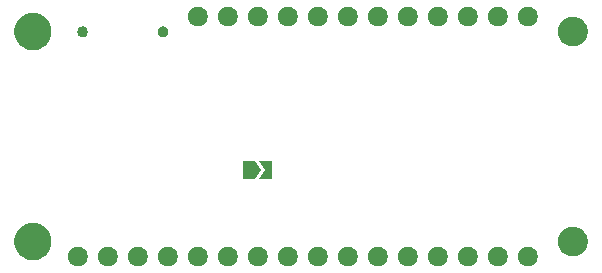
<source format=gbr>
%TF.GenerationSoftware,KiCad,Pcbnew,9.0.0*%
%TF.CreationDate,2025-03-29T14:14:08-04:00*%
%TF.ProjectId,weather-featherwing,77656174-6865-4722-9d66-656174686572,1.3.0*%
%TF.SameCoordinates,Original*%
%TF.FileFunction,Soldermask,Bot*%
%TF.FilePolarity,Negative*%
%FSLAX46Y46*%
G04 Gerber Fmt 4.6, Leading zero omitted, Abs format (unit mm)*
G04 Created by KiCad (PCBNEW 9.0.0) date 2025-03-29 14:14:08*
%MOMM*%
%LPD*%
G01*
G04 APERTURE LIST*
G04 APERTURE END LIST*
G36*
X120896742Y-117296601D02*
G01*
X121050687Y-117360367D01*
X121189234Y-117452941D01*
X121307059Y-117570766D01*
X121399633Y-117709313D01*
X121463399Y-117863258D01*
X121495907Y-118026685D01*
X121495907Y-118193315D01*
X121463399Y-118356742D01*
X121399633Y-118510687D01*
X121307059Y-118649234D01*
X121189234Y-118767059D01*
X121050687Y-118859633D01*
X120896742Y-118923399D01*
X120733315Y-118955907D01*
X120566685Y-118955907D01*
X120403258Y-118923399D01*
X120249313Y-118859633D01*
X120110766Y-118767059D01*
X119992941Y-118649234D01*
X119900367Y-118510687D01*
X119836601Y-118356742D01*
X119804093Y-118193315D01*
X119804093Y-118026685D01*
X119836601Y-117863258D01*
X119900367Y-117709313D01*
X119992941Y-117570766D01*
X120110766Y-117452941D01*
X120249313Y-117360367D01*
X120403258Y-117296601D01*
X120566685Y-117264093D01*
X120733315Y-117264093D01*
X120896742Y-117296601D01*
G37*
G36*
X123436742Y-117296601D02*
G01*
X123590687Y-117360367D01*
X123729234Y-117452941D01*
X123847059Y-117570766D01*
X123939633Y-117709313D01*
X124003399Y-117863258D01*
X124035907Y-118026685D01*
X124035907Y-118193315D01*
X124003399Y-118356742D01*
X123939633Y-118510687D01*
X123847059Y-118649234D01*
X123729234Y-118767059D01*
X123590687Y-118859633D01*
X123436742Y-118923399D01*
X123273315Y-118955907D01*
X123106685Y-118955907D01*
X122943258Y-118923399D01*
X122789313Y-118859633D01*
X122650766Y-118767059D01*
X122532941Y-118649234D01*
X122440367Y-118510687D01*
X122376601Y-118356742D01*
X122344093Y-118193315D01*
X122344093Y-118026685D01*
X122376601Y-117863258D01*
X122440367Y-117709313D01*
X122532941Y-117570766D01*
X122650766Y-117452941D01*
X122789313Y-117360367D01*
X122943258Y-117296601D01*
X123106685Y-117264093D01*
X123273315Y-117264093D01*
X123436742Y-117296601D01*
G37*
G36*
X125976742Y-117296601D02*
G01*
X126130687Y-117360367D01*
X126269234Y-117452941D01*
X126387059Y-117570766D01*
X126479633Y-117709313D01*
X126543399Y-117863258D01*
X126575907Y-118026685D01*
X126575907Y-118193315D01*
X126543399Y-118356742D01*
X126479633Y-118510687D01*
X126387059Y-118649234D01*
X126269234Y-118767059D01*
X126130687Y-118859633D01*
X125976742Y-118923399D01*
X125813315Y-118955907D01*
X125646685Y-118955907D01*
X125483258Y-118923399D01*
X125329313Y-118859633D01*
X125190766Y-118767059D01*
X125072941Y-118649234D01*
X124980367Y-118510687D01*
X124916601Y-118356742D01*
X124884093Y-118193315D01*
X124884093Y-118026685D01*
X124916601Y-117863258D01*
X124980367Y-117709313D01*
X125072941Y-117570766D01*
X125190766Y-117452941D01*
X125329313Y-117360367D01*
X125483258Y-117296601D01*
X125646685Y-117264093D01*
X125813315Y-117264093D01*
X125976742Y-117296601D01*
G37*
G36*
X128516742Y-117296601D02*
G01*
X128670687Y-117360367D01*
X128809234Y-117452941D01*
X128927059Y-117570766D01*
X129019633Y-117709313D01*
X129083399Y-117863258D01*
X129115907Y-118026685D01*
X129115907Y-118193315D01*
X129083399Y-118356742D01*
X129019633Y-118510687D01*
X128927059Y-118649234D01*
X128809234Y-118767059D01*
X128670687Y-118859633D01*
X128516742Y-118923399D01*
X128353315Y-118955907D01*
X128186685Y-118955907D01*
X128023258Y-118923399D01*
X127869313Y-118859633D01*
X127730766Y-118767059D01*
X127612941Y-118649234D01*
X127520367Y-118510687D01*
X127456601Y-118356742D01*
X127424093Y-118193315D01*
X127424093Y-118026685D01*
X127456601Y-117863258D01*
X127520367Y-117709313D01*
X127612941Y-117570766D01*
X127730766Y-117452941D01*
X127869313Y-117360367D01*
X128023258Y-117296601D01*
X128186685Y-117264093D01*
X128353315Y-117264093D01*
X128516742Y-117296601D01*
G37*
G36*
X131056742Y-117296601D02*
G01*
X131210687Y-117360367D01*
X131349234Y-117452941D01*
X131467059Y-117570766D01*
X131559633Y-117709313D01*
X131623399Y-117863258D01*
X131655907Y-118026685D01*
X131655907Y-118193315D01*
X131623399Y-118356742D01*
X131559633Y-118510687D01*
X131467059Y-118649234D01*
X131349234Y-118767059D01*
X131210687Y-118859633D01*
X131056742Y-118923399D01*
X130893315Y-118955907D01*
X130726685Y-118955907D01*
X130563258Y-118923399D01*
X130409313Y-118859633D01*
X130270766Y-118767059D01*
X130152941Y-118649234D01*
X130060367Y-118510687D01*
X129996601Y-118356742D01*
X129964093Y-118193315D01*
X129964093Y-118026685D01*
X129996601Y-117863258D01*
X130060367Y-117709313D01*
X130152941Y-117570766D01*
X130270766Y-117452941D01*
X130409313Y-117360367D01*
X130563258Y-117296601D01*
X130726685Y-117264093D01*
X130893315Y-117264093D01*
X131056742Y-117296601D01*
G37*
G36*
X133596742Y-117296601D02*
G01*
X133750687Y-117360367D01*
X133889234Y-117452941D01*
X134007059Y-117570766D01*
X134099633Y-117709313D01*
X134163399Y-117863258D01*
X134195907Y-118026685D01*
X134195907Y-118193315D01*
X134163399Y-118356742D01*
X134099633Y-118510687D01*
X134007059Y-118649234D01*
X133889234Y-118767059D01*
X133750687Y-118859633D01*
X133596742Y-118923399D01*
X133433315Y-118955907D01*
X133266685Y-118955907D01*
X133103258Y-118923399D01*
X132949313Y-118859633D01*
X132810766Y-118767059D01*
X132692941Y-118649234D01*
X132600367Y-118510687D01*
X132536601Y-118356742D01*
X132504093Y-118193315D01*
X132504093Y-118026685D01*
X132536601Y-117863258D01*
X132600367Y-117709313D01*
X132692941Y-117570766D01*
X132810766Y-117452941D01*
X132949313Y-117360367D01*
X133103258Y-117296601D01*
X133266685Y-117264093D01*
X133433315Y-117264093D01*
X133596742Y-117296601D01*
G37*
G36*
X136136742Y-117296601D02*
G01*
X136290687Y-117360367D01*
X136429234Y-117452941D01*
X136547059Y-117570766D01*
X136639633Y-117709313D01*
X136703399Y-117863258D01*
X136735907Y-118026685D01*
X136735907Y-118193315D01*
X136703399Y-118356742D01*
X136639633Y-118510687D01*
X136547059Y-118649234D01*
X136429234Y-118767059D01*
X136290687Y-118859633D01*
X136136742Y-118923399D01*
X135973315Y-118955907D01*
X135806685Y-118955907D01*
X135643258Y-118923399D01*
X135489313Y-118859633D01*
X135350766Y-118767059D01*
X135232941Y-118649234D01*
X135140367Y-118510687D01*
X135076601Y-118356742D01*
X135044093Y-118193315D01*
X135044093Y-118026685D01*
X135076601Y-117863258D01*
X135140367Y-117709313D01*
X135232941Y-117570766D01*
X135350766Y-117452941D01*
X135489313Y-117360367D01*
X135643258Y-117296601D01*
X135806685Y-117264093D01*
X135973315Y-117264093D01*
X136136742Y-117296601D01*
G37*
G36*
X138676742Y-117296601D02*
G01*
X138830687Y-117360367D01*
X138969234Y-117452941D01*
X139087059Y-117570766D01*
X139179633Y-117709313D01*
X139243399Y-117863258D01*
X139275907Y-118026685D01*
X139275907Y-118193315D01*
X139243399Y-118356742D01*
X139179633Y-118510687D01*
X139087059Y-118649234D01*
X138969234Y-118767059D01*
X138830687Y-118859633D01*
X138676742Y-118923399D01*
X138513315Y-118955907D01*
X138346685Y-118955907D01*
X138183258Y-118923399D01*
X138029313Y-118859633D01*
X137890766Y-118767059D01*
X137772941Y-118649234D01*
X137680367Y-118510687D01*
X137616601Y-118356742D01*
X137584093Y-118193315D01*
X137584093Y-118026685D01*
X137616601Y-117863258D01*
X137680367Y-117709313D01*
X137772941Y-117570766D01*
X137890766Y-117452941D01*
X138029313Y-117360367D01*
X138183258Y-117296601D01*
X138346685Y-117264093D01*
X138513315Y-117264093D01*
X138676742Y-117296601D01*
G37*
G36*
X141216742Y-117296601D02*
G01*
X141370687Y-117360367D01*
X141509234Y-117452941D01*
X141627059Y-117570766D01*
X141719633Y-117709313D01*
X141783399Y-117863258D01*
X141815907Y-118026685D01*
X141815907Y-118193315D01*
X141783399Y-118356742D01*
X141719633Y-118510687D01*
X141627059Y-118649234D01*
X141509234Y-118767059D01*
X141370687Y-118859633D01*
X141216742Y-118923399D01*
X141053315Y-118955907D01*
X140886685Y-118955907D01*
X140723258Y-118923399D01*
X140569313Y-118859633D01*
X140430766Y-118767059D01*
X140312941Y-118649234D01*
X140220367Y-118510687D01*
X140156601Y-118356742D01*
X140124093Y-118193315D01*
X140124093Y-118026685D01*
X140156601Y-117863258D01*
X140220367Y-117709313D01*
X140312941Y-117570766D01*
X140430766Y-117452941D01*
X140569313Y-117360367D01*
X140723258Y-117296601D01*
X140886685Y-117264093D01*
X141053315Y-117264093D01*
X141216742Y-117296601D01*
G37*
G36*
X143756742Y-117296601D02*
G01*
X143910687Y-117360367D01*
X144049234Y-117452941D01*
X144167059Y-117570766D01*
X144259633Y-117709313D01*
X144323399Y-117863258D01*
X144355907Y-118026685D01*
X144355907Y-118193315D01*
X144323399Y-118356742D01*
X144259633Y-118510687D01*
X144167059Y-118649234D01*
X144049234Y-118767059D01*
X143910687Y-118859633D01*
X143756742Y-118923399D01*
X143593315Y-118955907D01*
X143426685Y-118955907D01*
X143263258Y-118923399D01*
X143109313Y-118859633D01*
X142970766Y-118767059D01*
X142852941Y-118649234D01*
X142760367Y-118510687D01*
X142696601Y-118356742D01*
X142664093Y-118193315D01*
X142664093Y-118026685D01*
X142696601Y-117863258D01*
X142760367Y-117709313D01*
X142852941Y-117570766D01*
X142970766Y-117452941D01*
X143109313Y-117360367D01*
X143263258Y-117296601D01*
X143426685Y-117264093D01*
X143593315Y-117264093D01*
X143756742Y-117296601D01*
G37*
G36*
X146296742Y-117296601D02*
G01*
X146450687Y-117360367D01*
X146589234Y-117452941D01*
X146707059Y-117570766D01*
X146799633Y-117709313D01*
X146863399Y-117863258D01*
X146895907Y-118026685D01*
X146895907Y-118193315D01*
X146863399Y-118356742D01*
X146799633Y-118510687D01*
X146707059Y-118649234D01*
X146589234Y-118767059D01*
X146450687Y-118859633D01*
X146296742Y-118923399D01*
X146133315Y-118955907D01*
X145966685Y-118955907D01*
X145803258Y-118923399D01*
X145649313Y-118859633D01*
X145510766Y-118767059D01*
X145392941Y-118649234D01*
X145300367Y-118510687D01*
X145236601Y-118356742D01*
X145204093Y-118193315D01*
X145204093Y-118026685D01*
X145236601Y-117863258D01*
X145300367Y-117709313D01*
X145392941Y-117570766D01*
X145510766Y-117452941D01*
X145649313Y-117360367D01*
X145803258Y-117296601D01*
X145966685Y-117264093D01*
X146133315Y-117264093D01*
X146296742Y-117296601D01*
G37*
G36*
X148836742Y-117296601D02*
G01*
X148990687Y-117360367D01*
X149129234Y-117452941D01*
X149247059Y-117570766D01*
X149339633Y-117709313D01*
X149403399Y-117863258D01*
X149435907Y-118026685D01*
X149435907Y-118193315D01*
X149403399Y-118356742D01*
X149339633Y-118510687D01*
X149247059Y-118649234D01*
X149129234Y-118767059D01*
X148990687Y-118859633D01*
X148836742Y-118923399D01*
X148673315Y-118955907D01*
X148506685Y-118955907D01*
X148343258Y-118923399D01*
X148189313Y-118859633D01*
X148050766Y-118767059D01*
X147932941Y-118649234D01*
X147840367Y-118510687D01*
X147776601Y-118356742D01*
X147744093Y-118193315D01*
X147744093Y-118026685D01*
X147776601Y-117863258D01*
X147840367Y-117709313D01*
X147932941Y-117570766D01*
X148050766Y-117452941D01*
X148189313Y-117360367D01*
X148343258Y-117296601D01*
X148506685Y-117264093D01*
X148673315Y-117264093D01*
X148836742Y-117296601D01*
G37*
G36*
X151376742Y-117296601D02*
G01*
X151530687Y-117360367D01*
X151669234Y-117452941D01*
X151787059Y-117570766D01*
X151879633Y-117709313D01*
X151943399Y-117863258D01*
X151975907Y-118026685D01*
X151975907Y-118193315D01*
X151943399Y-118356742D01*
X151879633Y-118510687D01*
X151787059Y-118649234D01*
X151669234Y-118767059D01*
X151530687Y-118859633D01*
X151376742Y-118923399D01*
X151213315Y-118955907D01*
X151046685Y-118955907D01*
X150883258Y-118923399D01*
X150729313Y-118859633D01*
X150590766Y-118767059D01*
X150472941Y-118649234D01*
X150380367Y-118510687D01*
X150316601Y-118356742D01*
X150284093Y-118193315D01*
X150284093Y-118026685D01*
X150316601Y-117863258D01*
X150380367Y-117709313D01*
X150472941Y-117570766D01*
X150590766Y-117452941D01*
X150729313Y-117360367D01*
X150883258Y-117296601D01*
X151046685Y-117264093D01*
X151213315Y-117264093D01*
X151376742Y-117296601D01*
G37*
G36*
X153916742Y-117296601D02*
G01*
X154070687Y-117360367D01*
X154209234Y-117452941D01*
X154327059Y-117570766D01*
X154419633Y-117709313D01*
X154483399Y-117863258D01*
X154515907Y-118026685D01*
X154515907Y-118193315D01*
X154483399Y-118356742D01*
X154419633Y-118510687D01*
X154327059Y-118649234D01*
X154209234Y-118767059D01*
X154070687Y-118859633D01*
X153916742Y-118923399D01*
X153753315Y-118955907D01*
X153586685Y-118955907D01*
X153423258Y-118923399D01*
X153269313Y-118859633D01*
X153130766Y-118767059D01*
X153012941Y-118649234D01*
X152920367Y-118510687D01*
X152856601Y-118356742D01*
X152824093Y-118193315D01*
X152824093Y-118026685D01*
X152856601Y-117863258D01*
X152920367Y-117709313D01*
X153012941Y-117570766D01*
X153130766Y-117452941D01*
X153269313Y-117360367D01*
X153423258Y-117296601D01*
X153586685Y-117264093D01*
X153753315Y-117264093D01*
X153916742Y-117296601D01*
G37*
G36*
X156456742Y-117296601D02*
G01*
X156610687Y-117360367D01*
X156749234Y-117452941D01*
X156867059Y-117570766D01*
X156959633Y-117709313D01*
X157023399Y-117863258D01*
X157055907Y-118026685D01*
X157055907Y-118193315D01*
X157023399Y-118356742D01*
X156959633Y-118510687D01*
X156867059Y-118649234D01*
X156749234Y-118767059D01*
X156610687Y-118859633D01*
X156456742Y-118923399D01*
X156293315Y-118955907D01*
X156126685Y-118955907D01*
X155963258Y-118923399D01*
X155809313Y-118859633D01*
X155670766Y-118767059D01*
X155552941Y-118649234D01*
X155460367Y-118510687D01*
X155396601Y-118356742D01*
X155364093Y-118193315D01*
X155364093Y-118026685D01*
X155396601Y-117863258D01*
X155460367Y-117709313D01*
X155552941Y-117570766D01*
X155670766Y-117452941D01*
X155809313Y-117360367D01*
X155963258Y-117296601D01*
X156126685Y-117264093D01*
X156293315Y-117264093D01*
X156456742Y-117296601D01*
G37*
G36*
X158996742Y-117296601D02*
G01*
X159150687Y-117360367D01*
X159289234Y-117452941D01*
X159407059Y-117570766D01*
X159499633Y-117709313D01*
X159563399Y-117863258D01*
X159595907Y-118026685D01*
X159595907Y-118193315D01*
X159563399Y-118356742D01*
X159499633Y-118510687D01*
X159407059Y-118649234D01*
X159289234Y-118767059D01*
X159150687Y-118859633D01*
X158996742Y-118923399D01*
X158833315Y-118955907D01*
X158666685Y-118955907D01*
X158503258Y-118923399D01*
X158349313Y-118859633D01*
X158210766Y-118767059D01*
X158092941Y-118649234D01*
X158000367Y-118510687D01*
X157936601Y-118356742D01*
X157904093Y-118193315D01*
X157904093Y-118026685D01*
X157936601Y-117863258D01*
X158000367Y-117709313D01*
X158092941Y-117570766D01*
X158210766Y-117452941D01*
X158349313Y-117360367D01*
X158503258Y-117296601D01*
X158666685Y-117264093D01*
X158833315Y-117264093D01*
X158996742Y-117296601D01*
G37*
G36*
X117206509Y-115313379D02*
G01*
X117440813Y-115389509D01*
X117660323Y-115501355D01*
X117859633Y-115646163D01*
X118033837Y-115820367D01*
X118178645Y-116019677D01*
X118290491Y-116239187D01*
X118366621Y-116473491D01*
X118405160Y-116716819D01*
X118405160Y-116963181D01*
X118366621Y-117206509D01*
X118290491Y-117440813D01*
X118178645Y-117660323D01*
X118033837Y-117859633D01*
X117859633Y-118033837D01*
X117660323Y-118178645D01*
X117440813Y-118290491D01*
X117206509Y-118366621D01*
X116963181Y-118405160D01*
X116716819Y-118405160D01*
X116473491Y-118366621D01*
X116239187Y-118290491D01*
X116019677Y-118178645D01*
X115820367Y-118033837D01*
X115646163Y-117859633D01*
X115501355Y-117660323D01*
X115389509Y-117440813D01*
X115313379Y-117206509D01*
X115274840Y-116963181D01*
X115274840Y-116716819D01*
X115313379Y-116473491D01*
X115389509Y-116239187D01*
X115501355Y-116019677D01*
X115646163Y-115820367D01*
X115820367Y-115646163D01*
X116019677Y-115501355D01*
X116239187Y-115389509D01*
X116473491Y-115313379D01*
X116716819Y-115274840D01*
X116963181Y-115274840D01*
X117206509Y-115313379D01*
G37*
G36*
X162856476Y-115605090D02*
G01*
X163046008Y-115666673D01*
X163223573Y-115757147D01*
X163384799Y-115874284D01*
X163525716Y-116015201D01*
X163642853Y-116176427D01*
X163733327Y-116353992D01*
X163794910Y-116543524D01*
X163826085Y-116740357D01*
X163826085Y-116939643D01*
X163794910Y-117136476D01*
X163733327Y-117326008D01*
X163642853Y-117503573D01*
X163525716Y-117664799D01*
X163384799Y-117805716D01*
X163223573Y-117922853D01*
X163046008Y-118013327D01*
X162856476Y-118074910D01*
X162659643Y-118106085D01*
X162460357Y-118106085D01*
X162263524Y-118074910D01*
X162073992Y-118013327D01*
X161896427Y-117922853D01*
X161735201Y-117805716D01*
X161594284Y-117664799D01*
X161477147Y-117503573D01*
X161386673Y-117326008D01*
X161325090Y-117136476D01*
X161293915Y-116939643D01*
X161293915Y-116740357D01*
X161325090Y-116543524D01*
X161386673Y-116353992D01*
X161477147Y-116176427D01*
X161594284Y-116015201D01*
X161735201Y-115874284D01*
X161896427Y-115757147D01*
X162073992Y-115666673D01*
X162263524Y-115605090D01*
X162460357Y-115573915D01*
X162659643Y-115573915D01*
X162856476Y-115605090D01*
G37*
G36*
X135678536Y-110046464D02*
G01*
X135679160Y-110047226D01*
X135682551Y-110052312D01*
X135682552Y-110052313D01*
X136173555Y-110788818D01*
X136179160Y-110797226D01*
X136179903Y-110800981D01*
X136179160Y-110802774D01*
X136176398Y-110806917D01*
X135687034Y-111540964D01*
X135679160Y-111552774D01*
X135675981Y-111554903D01*
X135675000Y-111555000D01*
X135668886Y-111555000D01*
X134685104Y-111555000D01*
X134675000Y-111555000D01*
X134671464Y-111553536D01*
X134670000Y-111550000D01*
X134670000Y-110050000D01*
X134671464Y-110046464D01*
X134675000Y-110045000D01*
X135675000Y-110045000D01*
X135678536Y-110046464D01*
G37*
G36*
X137128536Y-110046464D02*
G01*
X137130000Y-110050000D01*
X137130000Y-111550000D01*
X137128536Y-111553536D01*
X137125000Y-111555000D01*
X137114896Y-111555000D01*
X135985104Y-111555000D01*
X135975000Y-111555000D01*
X135971464Y-111553536D01*
X135970000Y-111550000D01*
X135970840Y-111547226D01*
X135975011Y-111540968D01*
X135975013Y-111540964D01*
X136458736Y-110815381D01*
X136458736Y-110784619D01*
X135976444Y-110061181D01*
X135976443Y-110061179D01*
X135970840Y-110052774D01*
X135970097Y-110049019D01*
X135972226Y-110045840D01*
X135975000Y-110045000D01*
X137125000Y-110045000D01*
X137128536Y-110046464D01*
G37*
G36*
X117206509Y-97533379D02*
G01*
X117440813Y-97609509D01*
X117660323Y-97721355D01*
X117859633Y-97866163D01*
X118033837Y-98040367D01*
X118178645Y-98239677D01*
X118290491Y-98459187D01*
X118366621Y-98693491D01*
X118405160Y-98936819D01*
X118405160Y-99183181D01*
X118366621Y-99426509D01*
X118290491Y-99660813D01*
X118178645Y-99880323D01*
X118033837Y-100079633D01*
X117859633Y-100253837D01*
X117660323Y-100398645D01*
X117440813Y-100510491D01*
X117206509Y-100586621D01*
X116963181Y-100625160D01*
X116716819Y-100625160D01*
X116473491Y-100586621D01*
X116239187Y-100510491D01*
X116019677Y-100398645D01*
X115820367Y-100253837D01*
X115646163Y-100079633D01*
X115501355Y-99880323D01*
X115389509Y-99660813D01*
X115313379Y-99426509D01*
X115274840Y-99183181D01*
X115274840Y-98936819D01*
X115313379Y-98693491D01*
X115389509Y-98459187D01*
X115501355Y-98239677D01*
X115646163Y-98040367D01*
X115820367Y-97866163D01*
X116019677Y-97721355D01*
X116239187Y-97609509D01*
X116473491Y-97533379D01*
X116716819Y-97494840D01*
X116963181Y-97494840D01*
X117206509Y-97533379D01*
G37*
G36*
X162856476Y-97825090D02*
G01*
X163046008Y-97886673D01*
X163223573Y-97977147D01*
X163384799Y-98094284D01*
X163525716Y-98235201D01*
X163642853Y-98396427D01*
X163733327Y-98573992D01*
X163794910Y-98763524D01*
X163826085Y-98960357D01*
X163826085Y-99159643D01*
X163794910Y-99356476D01*
X163733327Y-99546008D01*
X163642853Y-99723573D01*
X163525716Y-99884799D01*
X163384799Y-100025716D01*
X163223573Y-100142853D01*
X163046008Y-100233327D01*
X162856476Y-100294910D01*
X162659643Y-100326085D01*
X162460357Y-100326085D01*
X162263524Y-100294910D01*
X162073992Y-100233327D01*
X161896427Y-100142853D01*
X161735201Y-100025716D01*
X161594284Y-99884799D01*
X161477147Y-99723573D01*
X161386673Y-99546008D01*
X161325090Y-99356476D01*
X161293915Y-99159643D01*
X161293915Y-98960357D01*
X161325090Y-98763524D01*
X161386673Y-98573992D01*
X161477147Y-98396427D01*
X161594284Y-98235201D01*
X161735201Y-98094284D01*
X161896427Y-97977147D01*
X162073992Y-97886673D01*
X162263524Y-97825090D01*
X162460357Y-97793915D01*
X162659643Y-97793915D01*
X162856476Y-97825090D01*
G37*
G36*
X121222208Y-98659254D02*
G01*
X121323943Y-98717991D01*
X121407009Y-98801057D01*
X121465746Y-98902792D01*
X121496150Y-99016263D01*
X121496150Y-99133737D01*
X121465746Y-99247208D01*
X121407009Y-99348943D01*
X121323943Y-99432009D01*
X121222208Y-99490746D01*
X121108737Y-99521150D01*
X120991263Y-99521150D01*
X120877792Y-99490746D01*
X120776057Y-99432009D01*
X120692991Y-99348943D01*
X120634254Y-99247208D01*
X120603850Y-99133737D01*
X120603850Y-99016263D01*
X120634254Y-98902792D01*
X120692991Y-98801057D01*
X120776057Y-98717991D01*
X120877792Y-98659254D01*
X120991263Y-98628850D01*
X121108737Y-98628850D01*
X121222208Y-98659254D01*
G37*
G36*
X128022208Y-98659254D02*
G01*
X128123943Y-98717991D01*
X128207009Y-98801057D01*
X128265746Y-98902792D01*
X128296150Y-99016263D01*
X128296150Y-99133737D01*
X128265746Y-99247208D01*
X128207009Y-99348943D01*
X128123943Y-99432009D01*
X128022208Y-99490746D01*
X127908737Y-99521150D01*
X127791263Y-99521150D01*
X127677792Y-99490746D01*
X127576057Y-99432009D01*
X127492991Y-99348943D01*
X127434254Y-99247208D01*
X127403850Y-99133737D01*
X127403850Y-99016263D01*
X127434254Y-98902792D01*
X127492991Y-98801057D01*
X127576057Y-98717991D01*
X127677792Y-98659254D01*
X127791263Y-98628850D01*
X127908737Y-98628850D01*
X128022208Y-98659254D01*
G37*
G36*
X131056742Y-96976601D02*
G01*
X131210687Y-97040367D01*
X131349234Y-97132941D01*
X131467059Y-97250766D01*
X131559633Y-97389313D01*
X131623399Y-97543258D01*
X131655907Y-97706685D01*
X131655907Y-97873315D01*
X131623399Y-98036742D01*
X131559633Y-98190687D01*
X131467059Y-98329234D01*
X131349234Y-98447059D01*
X131210687Y-98539633D01*
X131056742Y-98603399D01*
X130893315Y-98635907D01*
X130726685Y-98635907D01*
X130563258Y-98603399D01*
X130409313Y-98539633D01*
X130270766Y-98447059D01*
X130152941Y-98329234D01*
X130060367Y-98190687D01*
X129996601Y-98036742D01*
X129964093Y-97873315D01*
X129964093Y-97706685D01*
X129996601Y-97543258D01*
X130060367Y-97389313D01*
X130152941Y-97250766D01*
X130270766Y-97132941D01*
X130409313Y-97040367D01*
X130563258Y-96976601D01*
X130726685Y-96944093D01*
X130893315Y-96944093D01*
X131056742Y-96976601D01*
G37*
G36*
X133596742Y-96976601D02*
G01*
X133750687Y-97040367D01*
X133889234Y-97132941D01*
X134007059Y-97250766D01*
X134099633Y-97389313D01*
X134163399Y-97543258D01*
X134195907Y-97706685D01*
X134195907Y-97873315D01*
X134163399Y-98036742D01*
X134099633Y-98190687D01*
X134007059Y-98329234D01*
X133889234Y-98447059D01*
X133750687Y-98539633D01*
X133596742Y-98603399D01*
X133433315Y-98635907D01*
X133266685Y-98635907D01*
X133103258Y-98603399D01*
X132949313Y-98539633D01*
X132810766Y-98447059D01*
X132692941Y-98329234D01*
X132600367Y-98190687D01*
X132536601Y-98036742D01*
X132504093Y-97873315D01*
X132504093Y-97706685D01*
X132536601Y-97543258D01*
X132600367Y-97389313D01*
X132692941Y-97250766D01*
X132810766Y-97132941D01*
X132949313Y-97040367D01*
X133103258Y-96976601D01*
X133266685Y-96944093D01*
X133433315Y-96944093D01*
X133596742Y-96976601D01*
G37*
G36*
X136136742Y-96976601D02*
G01*
X136290687Y-97040367D01*
X136429234Y-97132941D01*
X136547059Y-97250766D01*
X136639633Y-97389313D01*
X136703399Y-97543258D01*
X136735907Y-97706685D01*
X136735907Y-97873315D01*
X136703399Y-98036742D01*
X136639633Y-98190687D01*
X136547059Y-98329234D01*
X136429234Y-98447059D01*
X136290687Y-98539633D01*
X136136742Y-98603399D01*
X135973315Y-98635907D01*
X135806685Y-98635907D01*
X135643258Y-98603399D01*
X135489313Y-98539633D01*
X135350766Y-98447059D01*
X135232941Y-98329234D01*
X135140367Y-98190687D01*
X135076601Y-98036742D01*
X135044093Y-97873315D01*
X135044093Y-97706685D01*
X135076601Y-97543258D01*
X135140367Y-97389313D01*
X135232941Y-97250766D01*
X135350766Y-97132941D01*
X135489313Y-97040367D01*
X135643258Y-96976601D01*
X135806685Y-96944093D01*
X135973315Y-96944093D01*
X136136742Y-96976601D01*
G37*
G36*
X138676742Y-96976601D02*
G01*
X138830687Y-97040367D01*
X138969234Y-97132941D01*
X139087059Y-97250766D01*
X139179633Y-97389313D01*
X139243399Y-97543258D01*
X139275907Y-97706685D01*
X139275907Y-97873315D01*
X139243399Y-98036742D01*
X139179633Y-98190687D01*
X139087059Y-98329234D01*
X138969234Y-98447059D01*
X138830687Y-98539633D01*
X138676742Y-98603399D01*
X138513315Y-98635907D01*
X138346685Y-98635907D01*
X138183258Y-98603399D01*
X138029313Y-98539633D01*
X137890766Y-98447059D01*
X137772941Y-98329234D01*
X137680367Y-98190687D01*
X137616601Y-98036742D01*
X137584093Y-97873315D01*
X137584093Y-97706685D01*
X137616601Y-97543258D01*
X137680367Y-97389313D01*
X137772941Y-97250766D01*
X137890766Y-97132941D01*
X138029313Y-97040367D01*
X138183258Y-96976601D01*
X138346685Y-96944093D01*
X138513315Y-96944093D01*
X138676742Y-96976601D01*
G37*
G36*
X141216742Y-96976601D02*
G01*
X141370687Y-97040367D01*
X141509234Y-97132941D01*
X141627059Y-97250766D01*
X141719633Y-97389313D01*
X141783399Y-97543258D01*
X141815907Y-97706685D01*
X141815907Y-97873315D01*
X141783399Y-98036742D01*
X141719633Y-98190687D01*
X141627059Y-98329234D01*
X141509234Y-98447059D01*
X141370687Y-98539633D01*
X141216742Y-98603399D01*
X141053315Y-98635907D01*
X140886685Y-98635907D01*
X140723258Y-98603399D01*
X140569313Y-98539633D01*
X140430766Y-98447059D01*
X140312941Y-98329234D01*
X140220367Y-98190687D01*
X140156601Y-98036742D01*
X140124093Y-97873315D01*
X140124093Y-97706685D01*
X140156601Y-97543258D01*
X140220367Y-97389313D01*
X140312941Y-97250766D01*
X140430766Y-97132941D01*
X140569313Y-97040367D01*
X140723258Y-96976601D01*
X140886685Y-96944093D01*
X141053315Y-96944093D01*
X141216742Y-96976601D01*
G37*
G36*
X143756742Y-96976601D02*
G01*
X143910687Y-97040367D01*
X144049234Y-97132941D01*
X144167059Y-97250766D01*
X144259633Y-97389313D01*
X144323399Y-97543258D01*
X144355907Y-97706685D01*
X144355907Y-97873315D01*
X144323399Y-98036742D01*
X144259633Y-98190687D01*
X144167059Y-98329234D01*
X144049234Y-98447059D01*
X143910687Y-98539633D01*
X143756742Y-98603399D01*
X143593315Y-98635907D01*
X143426685Y-98635907D01*
X143263258Y-98603399D01*
X143109313Y-98539633D01*
X142970766Y-98447059D01*
X142852941Y-98329234D01*
X142760367Y-98190687D01*
X142696601Y-98036742D01*
X142664093Y-97873315D01*
X142664093Y-97706685D01*
X142696601Y-97543258D01*
X142760367Y-97389313D01*
X142852941Y-97250766D01*
X142970766Y-97132941D01*
X143109313Y-97040367D01*
X143263258Y-96976601D01*
X143426685Y-96944093D01*
X143593315Y-96944093D01*
X143756742Y-96976601D01*
G37*
G36*
X146296742Y-96976601D02*
G01*
X146450687Y-97040367D01*
X146589234Y-97132941D01*
X146707059Y-97250766D01*
X146799633Y-97389313D01*
X146863399Y-97543258D01*
X146895907Y-97706685D01*
X146895907Y-97873315D01*
X146863399Y-98036742D01*
X146799633Y-98190687D01*
X146707059Y-98329234D01*
X146589234Y-98447059D01*
X146450687Y-98539633D01*
X146296742Y-98603399D01*
X146133315Y-98635907D01*
X145966685Y-98635907D01*
X145803258Y-98603399D01*
X145649313Y-98539633D01*
X145510766Y-98447059D01*
X145392941Y-98329234D01*
X145300367Y-98190687D01*
X145236601Y-98036742D01*
X145204093Y-97873315D01*
X145204093Y-97706685D01*
X145236601Y-97543258D01*
X145300367Y-97389313D01*
X145392941Y-97250766D01*
X145510766Y-97132941D01*
X145649313Y-97040367D01*
X145803258Y-96976601D01*
X145966685Y-96944093D01*
X146133315Y-96944093D01*
X146296742Y-96976601D01*
G37*
G36*
X148836742Y-96976601D02*
G01*
X148990687Y-97040367D01*
X149129234Y-97132941D01*
X149247059Y-97250766D01*
X149339633Y-97389313D01*
X149403399Y-97543258D01*
X149435907Y-97706685D01*
X149435907Y-97873315D01*
X149403399Y-98036742D01*
X149339633Y-98190687D01*
X149247059Y-98329234D01*
X149129234Y-98447059D01*
X148990687Y-98539633D01*
X148836742Y-98603399D01*
X148673315Y-98635907D01*
X148506685Y-98635907D01*
X148343258Y-98603399D01*
X148189313Y-98539633D01*
X148050766Y-98447059D01*
X147932941Y-98329234D01*
X147840367Y-98190687D01*
X147776601Y-98036742D01*
X147744093Y-97873315D01*
X147744093Y-97706685D01*
X147776601Y-97543258D01*
X147840367Y-97389313D01*
X147932941Y-97250766D01*
X148050766Y-97132941D01*
X148189313Y-97040367D01*
X148343258Y-96976601D01*
X148506685Y-96944093D01*
X148673315Y-96944093D01*
X148836742Y-96976601D01*
G37*
G36*
X151376742Y-96976601D02*
G01*
X151530687Y-97040367D01*
X151669234Y-97132941D01*
X151787059Y-97250766D01*
X151879633Y-97389313D01*
X151943399Y-97543258D01*
X151975907Y-97706685D01*
X151975907Y-97873315D01*
X151943399Y-98036742D01*
X151879633Y-98190687D01*
X151787059Y-98329234D01*
X151669234Y-98447059D01*
X151530687Y-98539633D01*
X151376742Y-98603399D01*
X151213315Y-98635907D01*
X151046685Y-98635907D01*
X150883258Y-98603399D01*
X150729313Y-98539633D01*
X150590766Y-98447059D01*
X150472941Y-98329234D01*
X150380367Y-98190687D01*
X150316601Y-98036742D01*
X150284093Y-97873315D01*
X150284093Y-97706685D01*
X150316601Y-97543258D01*
X150380367Y-97389313D01*
X150472941Y-97250766D01*
X150590766Y-97132941D01*
X150729313Y-97040367D01*
X150883258Y-96976601D01*
X151046685Y-96944093D01*
X151213315Y-96944093D01*
X151376742Y-96976601D01*
G37*
G36*
X153916742Y-96976601D02*
G01*
X154070687Y-97040367D01*
X154209234Y-97132941D01*
X154327059Y-97250766D01*
X154419633Y-97389313D01*
X154483399Y-97543258D01*
X154515907Y-97706685D01*
X154515907Y-97873315D01*
X154483399Y-98036742D01*
X154419633Y-98190687D01*
X154327059Y-98329234D01*
X154209234Y-98447059D01*
X154070687Y-98539633D01*
X153916742Y-98603399D01*
X153753315Y-98635907D01*
X153586685Y-98635907D01*
X153423258Y-98603399D01*
X153269313Y-98539633D01*
X153130766Y-98447059D01*
X153012941Y-98329234D01*
X152920367Y-98190687D01*
X152856601Y-98036742D01*
X152824093Y-97873315D01*
X152824093Y-97706685D01*
X152856601Y-97543258D01*
X152920367Y-97389313D01*
X153012941Y-97250766D01*
X153130766Y-97132941D01*
X153269313Y-97040367D01*
X153423258Y-96976601D01*
X153586685Y-96944093D01*
X153753315Y-96944093D01*
X153916742Y-96976601D01*
G37*
G36*
X156456742Y-96976601D02*
G01*
X156610687Y-97040367D01*
X156749234Y-97132941D01*
X156867059Y-97250766D01*
X156959633Y-97389313D01*
X157023399Y-97543258D01*
X157055907Y-97706685D01*
X157055907Y-97873315D01*
X157023399Y-98036742D01*
X156959633Y-98190687D01*
X156867059Y-98329234D01*
X156749234Y-98447059D01*
X156610687Y-98539633D01*
X156456742Y-98603399D01*
X156293315Y-98635907D01*
X156126685Y-98635907D01*
X155963258Y-98603399D01*
X155809313Y-98539633D01*
X155670766Y-98447059D01*
X155552941Y-98329234D01*
X155460367Y-98190687D01*
X155396601Y-98036742D01*
X155364093Y-97873315D01*
X155364093Y-97706685D01*
X155396601Y-97543258D01*
X155460367Y-97389313D01*
X155552941Y-97250766D01*
X155670766Y-97132941D01*
X155809313Y-97040367D01*
X155963258Y-96976601D01*
X156126685Y-96944093D01*
X156293315Y-96944093D01*
X156456742Y-96976601D01*
G37*
G36*
X158996742Y-96976601D02*
G01*
X159150687Y-97040367D01*
X159289234Y-97132941D01*
X159407059Y-97250766D01*
X159499633Y-97389313D01*
X159563399Y-97543258D01*
X159595907Y-97706685D01*
X159595907Y-97873315D01*
X159563399Y-98036742D01*
X159499633Y-98190687D01*
X159407059Y-98329234D01*
X159289234Y-98447059D01*
X159150687Y-98539633D01*
X158996742Y-98603399D01*
X158833315Y-98635907D01*
X158666685Y-98635907D01*
X158503258Y-98603399D01*
X158349313Y-98539633D01*
X158210766Y-98447059D01*
X158092941Y-98329234D01*
X158000367Y-98190687D01*
X157936601Y-98036742D01*
X157904093Y-97873315D01*
X157904093Y-97706685D01*
X157936601Y-97543258D01*
X158000367Y-97389313D01*
X158092941Y-97250766D01*
X158210766Y-97132941D01*
X158349313Y-97040367D01*
X158503258Y-96976601D01*
X158666685Y-96944093D01*
X158833315Y-96944093D01*
X158996742Y-96976601D01*
G37*
M02*

</source>
